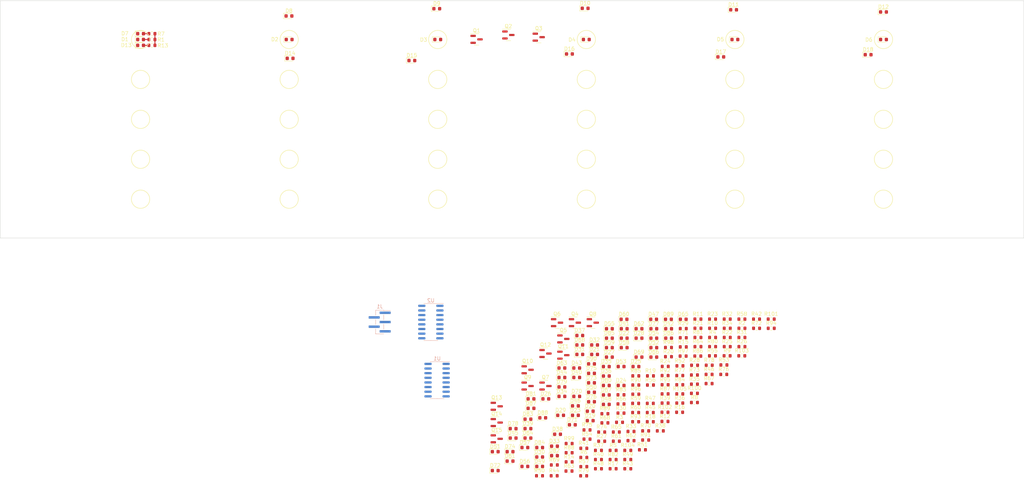
<source format=kicad_pcb>
(kicad_pcb (version 20211014) (generator pcbnew)
  (layers (0 "F.Cu" signal) (31 "B.Cu" signal) (34 "B.Paste" user) (35 "F.Paste" user) (36 "B.SilkS" user "B.Silkscreen") (37 "F.SilkS" user "F.Silkscreen") (38 "B.Mask" user) (39 "F.Mask" user) (44 "Edge.Cuts" user))
  (net 0 "")
  (net 1 "Net-(D1-Pad1)")
  (net 2 "Net-(D1-Pad2)")
  (net 3 "Net-(D2-Pad2)")
  (net 4 "Net-(D3-Pad2)")
  (net 5 "Net-(D4-Pad2)")
  (net 6 "Net-(D5-Pad2)")
  (net 7 "Net-(D6-Pad2)")
  (net 8 "Net-(D10-Pad1)")
  (net 9 "Net-(D7-Pad2)")
  (net 10 "Net-(D8-Pad2)")
  (net 11 "Net-(D9-Pad2)")
  (net 12 "Net-(D10-Pad2)")
  (net 13 "Net-(D11-Pad2)")
  (net 14 "Net-(D12-Pad2)")
  (net 15 "Net-(D13-Pad1)")
  (net 16 "Net-(D13-Pad2)")
  (net 17 "Net-(D14-Pad2)")
  (net 18 "Net-(D15-Pad2)")
  (net 19 "Net-(D16-Pad2)")
  (net 20 "Net-(D17-Pad2)")
  (net 21 "Net-(D18-Pad2)")
  (net 22 "Net-(D19-Pad1)")
  (net 23 "Net-(D19-Pad2)")
  (net 24 "Net-(D20-Pad2)")
  (net 25 "Net-(D21-Pad2)")
  (net 26 "Net-(D22-Pad2)")
  (net 27 "Net-(D23-Pad2)")
  (net 28 "Net-(D24-Pad2)")
  (net 29 "Net-(D25-Pad1)")
  (net 30 "Net-(D25-Pad2)")
  (net 31 "Net-(D26-Pad2)")
  (net 32 "Net-(D27-Pad2)")
  (net 33 "Net-(D28-Pad2)")
  (net 34 "Net-(D29-Pad2)")
  (net 35 "Net-(D30-Pad2)")
  (net 36 "Net-(D31-Pad1)")
  (net 37 "Net-(D31-Pad2)")
  (net 38 "Net-(D32-Pad2)")
  (net 39 "Net-(D33-Pad2)")
  (net 40 "Net-(D34-Pad2)")
  (net 41 "Net-(D35-Pad2)")
  (net 42 "Net-(D36-Pad2)")
  (net 43 "Net-(D37-Pad1)")
  (net 44 "Net-(D37-Pad2)")
  (net 45 "Net-(D38-Pad2)")
  (net 46 "Net-(D39-Pad2)")
  (net 47 "Net-(D40-Pad2)")
  (net 48 "Net-(D41-Pad2)")
  (net 49 "Net-(D42-Pad2)")
  (net 50 "Net-(D43-Pad1)")
  (net 51 "Net-(D43-Pad2)")
  (net 52 "Net-(D44-Pad2)")
  (net 53 "Net-(D45-Pad2)")
  (net 54 "Net-(D46-Pad2)")
  (net 55 "Net-(D47-Pad2)")
  (net 56 "Net-(D48-Pad2)")
  (net 57 "Net-(D49-Pad1)")
  (net 58 "Net-(D49-Pad2)")
  (net 59 "Net-(D50-Pad2)")
  (net 60 "Net-(D51-Pad2)")
  (net 61 "Net-(D52-Pad2)")
  (net 62 "Net-(D53-Pad2)")
  (net 63 "Net-(D54-Pad2)")
  (net 64 "Net-(D55-Pad1)")
  (net 65 "Net-(D55-Pad2)")
  (net 66 "Net-(D56-Pad2)")
  (net 67 "Net-(D57-Pad2)")
  (net 68 "Net-(D58-Pad2)")
  (net 69 "Net-(D59-Pad2)")
  (net 70 "Net-(D60-Pad2)")
  (net 71 "Net-(D61-Pad1)")
  (net 72 "Net-(D61-Pad2)")
  (net 73 "Net-(D62-Pad2)")
  (net 74 "Net-(D63-Pad2)")
  (net 75 "Net-(D64-Pad2)")
  (net 76 "Net-(D65-Pad2)")
  (net 77 "Net-(D66-Pad2)")
  (net 78 "Net-(D67-Pad1)")
  (net 79 "Net-(D67-Pad2)")
  (net 80 "Net-(D68-Pad2)")
  (net 81 "Net-(D69-Pad2)")
  (net 82 "Net-(D70-Pad2)")
  (net 83 "Net-(D71-Pad2)")
  (net 84 "Net-(D72-Pad2)")
  (net 85 "Net-(D73-Pad1)")
  (net 86 "Net-(D73-Pad2)")
  (net 87 "Net-(D74-Pad2)")
  (net 88 "Net-(D75-Pad2)")
  (net 89 "Net-(D76-Pad2)")
  (net 90 "Net-(D77-Pad2)")
  (net 91 "Net-(D78-Pad2)")
  (net 92 "Net-(D79-Pad1)")
  (net 93 "Net-(D79-Pad2)")
  (net 94 "Net-(D80-Pad2)")
  (net 95 "Net-(D81-Pad2)")
  (net 96 "Net-(D82-Pad2)")
  (net 97 "Net-(D83-Pad2)")
  (net 98 "Net-(D84-Pad2)")
  (net 99 "Net-(D85-Pad1)")
  (net 100 "Net-(D85-Pad2)")
  (net 101 "Net-(D86-Pad2)")
  (net 102 "Net-(D87-Pad2)")
  (net 103 "Net-(D88-Pad2)")
  (net 104 "Net-(D89-Pad2)")
  (net 105 "Net-(D90-Pad2)")
  (net 106 "SER")
  (net 107 "GND")
  (net 108 "RCLK")
  (net 109 "SRCLK")
  (net 110 "+5V")
  (net 111 "Net-(Q1-Pad1)")
  (net 112 "Net-(Q2-Pad1)")
  (net 113 "Net-(Q3-Pad1)")
  (net 114 "Net-(Q4-Pad1)")
  (net 115 "Net-(Q5-Pad1)")
  (net 116 "Net-(Q6-Pad1)")
  (net 117 "Net-(Q7-Pad1)")
  (net 118 "Net-(Q8-Pad1)")
  (net 119 "Net-(Q9-Pad1)")
  (net 120 "Net-(Q10-Pad1)")
  (net 121 "Net-(Q11-Pad1)")
  (net 122 "Net-(Q12-Pad1)")
  (net 123 "Net-(Q13-Pad1)")
  (net 124 "Net-(Q14-Pad1)")
  (net 125 "Net-(Q15-Pad1)")
  (net 126 "B1")
  (net 127 "R1")
  (net 128 "W1")
  (net 129 "B2")
  (net 130 "R2")
  (net 131 "W2")
  (net 132 "B3")
  (net 133 "R3")
  (net 134 "W3")
  (net 135 "B4")
  (net 136 "R4")
  (net 137 "W4")
  (net 138 "W5")
  (net 139 "B5")
  (net 140 "R5")
  (net 141 "Net-(U1-Pad9)")
  (footprint "Resistor_SMD:R_0603_1608Metric" (layer "F.Cu") (at 41.5 10.64)
    (fp_text reference "R1")
    (fp_text value "390")
  )
  (footprint "Resistor_SMD:R_0603_1608Metric" (layer "F.Cu") (at 155.62 121.27)
    (fp_text reference "R99")
    (fp_text value "150")
  )
  (footprint "Resistor_SMD:R_0603_1608Metric" (layer "F.Cu") (at 185.92 99.99)
    (fp_text reference "R52")
    (fp_text value "150")
  )
  (footprint "Resistor_SMD:R_0603_1608Metric" (layer "F.Cu") (at 163.64 128.16)
    (fp_text reference "R48")
    (fp_text value "390")
  )
  (footprint "LED_SMD:LED_0603_1608Metric" (layer "F.Cu") (at 119.4125 2.2)
    (fp_text reference "D9")
    (fp_text value "RED")
  )
  (footprint "Resistor_SMD:R_0603_1608Metric" (layer "F.Cu") (at 189.89 105.01)
    (fp_text reference "R35")
    (fp_text value "100")
  )
  (footprint "Package_TO_SOT_SMD:SOT-23" (layer "F.Cu") (at 149.15 105.52)
    (fp_text reference "Q7")
    (fp_text value "2N7002")
  )
  (footprint "Resistor_SMD:R_0603_1608Metric" (layer "F.Cu") (at 181.87 105.17)
    (fp_text reference "R95")
    (fp_text value "390")
  )
  (footprint "LED_SMD:LED_0603_1608Metric" (layer "F.Cu") (at 161.74 109.82)
    (fp_text reference "D76")
    (fp_text value "WHITE")
  )
  (footprint "LED_SMD:LED_0603_1608Metric" (layer "F.Cu") (at 165.79 105.37)
    (fp_text reference "D80")
    (fp_text value "BLUE")
  )
  (footprint "LED_SMD:LED_0603_1608Metric" (layer "F.Cu") (at 38.4 12.24)
    (fp_text reference "D13")
    (fp_text value "WHITE")
  )
  (footprint "Package_TO_SOT_SMD:SOT-23" (layer "F.Cu") (at 152.31 88.17)
    (fp_text reference "Q6")
    (fp_text value "2N7002")
  )
  (footprint "Package_TO_SOT_SMD:SOT-23" (layer "F.Cu") (at 144.26 105.52)
    (fp_text reference "Q9")
    (fp_text value "2N7002")
  )
  (footprint "LED_SMD:LED_0603_1608Metric" (layer "F.Cu") (at 161.74 99.46)
    (fp_text reference "D90")
    (fp_text value "RED")
  )
  (footprint "LED_SMD:LED_0603_1608Metric" (layer "F.Cu") (at 145.19 109.04)
    (fp_text reference "D81")
    (fp_text value "BLUE")
  )
  (footprint "Resistor_SMD:R_0603_1608Metric" (layer "F.Cu") (at 168.53 118.12)
    (fp_text reference "R65")
    (fp_text value "390")
  )
  (footprint "LED_SMD:LED_0603_1608Metric" (layer "F.Cu") (at 166.63 89.83)
    (fp_text reference "D55")
    (fp_text value "BLUE")
  )
  (footprint "Resistor_SMD:R_0603_1608Metric" (layer "F.Cu") (at 198.87 92.22)
    (fp_text reference "R22")
    (fp_text value "390")
  )
  (footprint "Resistor_SMD:R_0603_1608Metric" (layer "F.Cu") (at 190.85 94.73)
    (fp_text reference "R64")
    (fp_text value "390")
  )
  (footprint "Resistor_SMD:R_0603_1608Metric" (layer "F.Cu") (at 172.54 120.47)
    (fp_text reference "R62")
    (fp_text value "100")
  )
  (footprint "Resistor_SMD:R_0603_1608Metric" (layer "F.Cu") (at 155.58 128.8)
    (fp_text reference "R63")
    (fp_text value "100")
  )
  (footprint "LED_SMD:LED_0603_1608Metric" (layer "F.Cu") (at 182.83 92.42)
    (fp_text reference "D86")
    (fp_text value "RED")
  )
  (footprint "LED_SMD:LED_0603_1608Metric" (layer "F.Cu") (at 143.51 127.54)
    (fp_text reference "D56")
    (fp_text value "BLUE")
  )
  (footprint "Package_TO_SOT_SMD:SOT-23" (layer "F.Cu") (at 162.09 88.17)
    (fp_text reference "Q8")
    (fp_text value "2N7002")
  )
  (footprint "Resistor_SMD:R_0603_1608Metric" (layer "F.Cu") (at 206.88 87.2)
    (fp_text reference "R42")
    (fp_text value "100")
  )
  (footprint "Resistor_SMD:R_0603_1608Metric" (layer "F.Cu") (at 176.55 117.8)
    (fp_text reference "R70")
    (fp_text value "150")
  )
  (footprint "LED_SMD:LED_0603_1608Metric" (layer "F.Cu") (at 143.51 122.36)
    (fp_text reference "D57")
    (fp_text value "BLUE")
  )
  (footprint "Resistor_SMD:R_0603_1608Metric" (layer "F.Cu") (at 181.83 112.7)
    (fp_text reference "R102")
    (fp_text value "150")
  )
  (footprint "Resistor_SMD:R_0603_1608Metric" (layer "F.Cu") (at 198.87 89.71)
    (fp_text reference "R34")
    (fp_text value "100")
  )
  (footprint "Resistor_SMD:R_0603_1608Metric" (layer "F.Cu") (at 198.83 97.24)
    (fp_text reference "R9")
    (fp_text value "150")
  )
  (footprint "LED_SMD:LED_0603_1608Metric" (layer "F.Cu") (at 169.84 100.19)
    (fp_text reference "D53")
    (fp_text value "WHITE")
  )
  (footprint "Resistor_SMD:R_0603_1608Metric" (layer "F.Cu") (at 186.84 89.79)
    (fp_text reference "R29")
    (fp_text value "150")
  )
  (footprint "LED_SMD:LED_0603_1608Metric" (layer "F.Cu") (at 147.56 122.36)
    (fp_text reference "D84")
    (fp_text value "BLUE")
  )
  (footprint "Resistor_SMD:R_0603_1608Metric" (layer "F.Cu") (at 169.8 107.92)
    (fp_text reference "R83")
    (fp_text value "100")
  )
  (footprint "Resistor_SMD:R_0603_1608Metric" (layer "F.Cu") (at 194.86 94.73)
    (fp_text reference "R80")
    (fp_text value "100")
  )
  (footprint "Resistor_SMD:R_0603_1608Metric" (layer "F.Cu") (at 206.89 89.71)
    (fp_text reference "R72")
    (fp_text value "150")
  )
  (footprint "LED_SMD:LED_0603_1608Metric" (layer "F.Cu") (at 79.04 10.64)
    (fp_text reference "D2")
    (fp_text value "BLUE")
  )
  (footprint "Resistor_SMD:R_0603_1608Metric" (layer "F.Cu") (at 165.4 113.1)
    (fp_text reference "R89")
    (fp_text value "100")
  )
  (footprint "LED_SMD:LED_0603_1608Metric" (layer "F.Cu") (at 157.69 108.36)
    (fp_text reference "D70")
    (fp_text value "WHITE")
  )
  (footprint "LED_SMD:LED_0603_1608Metric" (layer "F.Cu") (at 145.19 111.63)
    (fp_text reference "D87")
    (fp_text value "RED")
  )
  (footprint "Resistor_SMD:R_0603_1608Metric" (layer "F.Cu") (at 182.79 94.97)
    (fp_text reference "R98")
    (fp_text value "150")
  )
  (footprint "Resistor_SMD:R_0603_1608Metric" (layer "F.Cu") (at 177.86 102.74)
    (fp_text reference "R19")
    (fp_text value "100")
  )
  (footprint "Resistor_SMD:R_0603_1608Metric" (layer "F.Cu") (at 147.52 130.09)
    (fp_text reference "R50")
    (fp_text value "150")
  )
  (footprint "Resistor_SMD:R_0603_1608Metric" (layer "F.Cu") (at 164.52 118.12)
    (fp_text reference "R74")
    (fp_text value "150")
  )
  (footprint "Resistor_SMD:R_0603_1608Metric" (layer "F.Cu") (at 202.84 97.24)
    (fp_text reference "R103")
    (fp_text value "150")
  )
  (footprint "LED_SMD:LED_0603_1608Metric" (layer "F.Cu") (at 178.78 92.42)
    (fp_text reference "D54")
    (fp_text value "WHITE")
  )
  (footprint "LED_SMD:LED_0603_1608Metric" (layer "F.Cu") (at 178.78 95.01)
    (fp_text reference "D52")
    (fp_text value "WHITE")
  )
  (footprint "Resistor_SMD:R_0603_1608Metric" (layer "F.Cu") (at 165.4 115.61)
    (fp_text reference "R68")
    (fp_text value "390")
  )
  (footprint "Resistor_SMD:R_0603_1608Metric" (layer "F.Cu") (at 181.87 110.19)
    (fp_text reference "R39")
    (fp_text value "100")
  )
  (footprint "Resistor_SMD:R_0603_1608Metric" (layer "F.Cu") (at 189.89 110.03)
    (fp_text reference "R8")
    (fp_text value "150")
  )
  (footprint "LED_SMD:LED_0603_1608Metric" (layer "F.Cu") (at 158.53 91.69)
    (fp_text reference "D37")
    (fp_text value "BLUE")
  )
  (footprint "Resistor_SMD:R_0603_1608Metric" (layer "F.Cu") (at 194.86 92.22)
    (fp_text reference "R4")
    (fp_text value "390")
  )
  (footprint "LED_SMD:LED_0603_1608Metric" (layer "F.Cu") (at 147.56 127.54)
    (fp_text reference "D49")
    (fp_text value "WHITE")
  )
  (footprint "LED_SMD:LED_0603_1608Metric" (layer "F.Cu") (at 151.61 121.99)
    (fp_text reference "D33")
    (fp_text value "WHITE")
  )
  (footprint "LED_SMD:LED_0603_1608Metric" (layer "F.Cu") (at 140.3 119.77)
    (fp_text reference "D45")
    (fp_text value "RED")
  )
  (footprint "LED_SMD:LED_0603_1608Metric" (layer "F.Cu") (at 153.64 105.77)
    (fp_text reference "D79")
    (fp_text value "BLUE")
  )
  (footprint "LED_SMD:LED_0603_1608Metric" (layer "F.Cu") (at 170.68 92.42)
    (fp_text reference "D22")
    (fp_text value "BLUE")
  )
  (footprint "Package_TO_SOT_SMD:SOT-23" (layer "F.Cu") (at 147.3 10)
    (fp_text reference "Q3")
    (fp_text value "2N7002")
  )
  (footprint "Resistor_SMD:R_0603_1608Metric" (layer "F.Cu") (at 160.51 117.55)
    (fp_text reference "R75")
    (fp_text value "150")
  )
  (footprint "Resistor_SMD:R_0603_1608Metric" (layer "F.Cu") (at 198.87 94.73)
    (fp_text reference "R25")
    (fp_text value "390")
  )
  (footprint "Resistor_SMD:R_0603_1608Metric" (layer "F.Cu") (at 169.41 115.45)
    (fp_text reference "R3")
    (fp_text value "390")
  )
  (footprint "Package_TO_SOT_SMD:SOT-23" (layer "F.Cu") (at 154.04 92.62)
    (fp_text reference "Q5")
    (fp_text value "2N7002")
  )
  (footprint "Resistor_SMD:R_0603_1608Metric" (layer "F.Cu") (at 181.83 115.21)
    (fp_text reference "R12")
    (fp_text value "150")
  )
  (footprint "LED_SMD:LED_0603_1608Metric" (layer "F.Cu") (at 200.96 10.64)
    (fp_text reference "D5")
    (fp_text value "BLUE")
  )
  (footprint "Package_TO_SOT_SMD:SOT-23" (layer "F.Cu") (at 135.81 115.52)
    (fp_text reference "Q14")
    (fp_text value "2N7002")
  )
  (footprint "LED_SMD:LED_0603_1608Metric" (layer "F.Cu") (at 160.32 10.64)
    (fp_text reference "D4")
    (fp_text value "BLUE")
  )
  (footprint "Resistor_SMD:R_0603_1608Metric" (layer "F.Cu") (at 189.89 102.5)
    (fp_text reference "R73")
    (fp_text value "150")
  )
  (footprint "Resistor_SMD:R_0603_1608Metric" (layer "F.Cu") (at 163.64 125.65)
    (fp_text reference "R40")
    (fp_text value "100")
  )
  (footprint "Resistor_SMD:R_0603_1608Metric" (layer "F.Cu") (at 190.84 87.2)
    (fp_text reference "R11")
    (fp_text value "150")
  )
  (footprint "LED_SMD:LED_0603_1608Metric" (layer "F.Cu") (at 174.73 97.6)
    (fp_text reference "D69")
    (fp_text value "WHITE")
  )
  (footprint "LED_SMD:LED_0603_1608Metric" (layer "F.Cu") (at 148.4 114.22)
    (fp_text reference "D88")
    (fp_text value "RED")
  )
  (footprint "LED_SMD:LED_0603_1608Metric" (layer "F.Cu") (at 151.61 124.58)
    (fp_text reference "D82")
    (fp_text value "BLUE")
  )
  (footprint "LED_SMD:LED_0603_1608Metric" (layer "F.Cu") (at 162.58 96.87)
    (fp_text reference "D21")
    (fp_text value "BLUE")
  )
  (footprint "Resistor_SMD:R_0603_1608Metric" (layer "F.Cu") (at 155.62 126.29)
    (fp_text reference "R14")
    (fp_text value "100")
  )
  (footprint "Resistor_SMD:R_0603_1608Metric" (layer "F.Cu") (at 180.56 117.8)
    (fp_text reference "R38")
    (fp_text value "100")
  )
  (footprint "LED_SMD:LED_0603_1608Metric" (layer "F.Cu") (at 119.68 10.64)
    (fp_text reference "D3")
    (fp_text value "BLUE")
  )
  (footprint "Resistor_SMD:R_0603_1608Metric" (layer "F.Cu") (at 193.94 99.83)
    (fp_text reference "R78")
    (fp_text value "100")
  )
  (footprint "LED_SMD:LED_0603_1608Metric" (layer "F.Cu") (at 178.78 89.83)
    (fp_text reference "D77")
    (fp_text value "WHITE")
  )
  (footprint "LED_SMD:LED_0603_1608Metric" (layer "F.Cu") (at 160 2.1)
    (fp_text reference "D10")
    (fp_text value "RED")
  )
  (footprint "LED_SMD:LED_0603_1608Metric" (layer "F.Cu") (at 38.4 10.64)
    (fp_text reference "D1")
    (fp_text value "BLUE")
  )
  (footprint "Resistor_SMD:R_0603_1608Metric" (layer "F.Cu") (at 197.95 99.75)
    (fp_text reference "R53")
    (fp_text value "150")
  )
  (footprint "Package_TO_SOT_SMD:SOT-23" (layer "F.Cu") (at 130.3 10.6)
    (fp_text reference "Q1")
    (fp_text value "2N7002")
  )
  (footprint "LED_SMD:LED_0603_1608Metric" (layer "F.Cu") (at 158.53 96.87)
    (fp_text reference "D31")
    (fp_text value "WHITE")
  )
  (footprint "LED_SMD:LED_0603_1608Metric" (layer "F.Cu") (at 162.58 94.28)
    (fp_text reference "D32")
    (fp_text value "WHITE")
  )
  (footprint "Resistor_SMD:R_0603_1608Metric" (layer "F.Cu") (at 185.88 107.68)
    (fp_text reference "R105")
    (fp_text value "100")
  )
  (footprint "LED_SMD:LED_0603_1608Metric" (layer "F.Cu") (at 153.64 100.59)
    (fp_text reference "D63")
    (fp_text value "RED")
  )
  (footprint "LED_SMD:LED_0603_1608Metric" (layer "F.Cu") (at 157.69 100.59)
    (fp_text reference "D43")
    (fp_text value "RED")
  )
  (footprint "LED_SMD:LED_0603_1608Metric" (layer "F.Cu") (at 112.6 16.4)
    (fp_text reference "D15")
    (fp_text value "WHITE")
  )
  (footprint "Resistor_SMD:R_0603_1608Metric" (layer "F.Cu") (at 181.91 100.15)
    (fp_text reference "R24")
    (fp_text value "390")
  )
  (footprint "Resistor_SMD:R_0603_1608Metric" (layer "F.Cu") (at 173.85 107.76)
    (fp_text reference "R96")
    (fp_text value "390")
  )
  (footprint "LED_SMD:LED_0603_1608Metric" (layer "F.Cu") (at 165.79 110.55)
    (fp_text reference "D48")
    (fp_text value "RED")
  )
  (footprint "LED_SMD:LED_0603_1608Metric" (layer "F.Cu") (at 158.53 94.28)
    (fp_text reference "D68")
    (fp_text value "WHITE")
  )
  (footprint "Resistor_SMD:R_0603_1608Metric" (layer "F.Cu") (at 190.81 97.32)
    (fp_text reference "R86")
    (fp_text value "100")
  )
  (footprint "LED_SMD:LED_0603_1608Metric" (layer "F.Cu") (at 153.64 108.36)
    (fp_text reference "D34")
    (fp_text value "WHITE")
  )
  (footprint "LED_SMD:LED_0603_1608Metric" (layer "F.Cu") (at 186.83 87.24)
    (fp_text reference "D65")
    (fp_text value "RED")
  )
  (footprint "LED_SMD:LED_0603_1608Metric" (layer "F.Cu") (at 140.3 117.18)
    (fp_text reference "D78")
    (fp_text value "WHITE")
  )
  (footprint "Resistor_SMD:R_0603_1608Metric" (layer "F.Cu") (at 193.9 102.34)
    (fp_text reference "R46")
    (fp_text value "390")
  )
  (footprint "Resistor_SMD:R_0603_1608Metric" (layer "F.Cu") (at 185.88 105.17)
    (fp_text reference "R84")
    (fp_text value "100")
  )
  (footprint "Resistor_SMD:R_0603_1608Metric" (layer "F.Cu") (at 202.88 94.73)
    (fp_text reference "R26")
    (fp_text value "390")
  )
  (footprint "Resistor_SMD:R_0603_1608Metric" (layer "F.Cu") (at 210.9 89.71)
    (fp_text reference "R94")
    (fp_text value "390")
  )
  (footprint "Resistor_SMD:R_0603_1608Metric" (layer "F.Cu") (at 169.8 110.43)
    (fp_text reference "R66")
    (fp_text value "390")
  )
  (footprint "Resistor_SMD:R_0603_1608Metric" (layer "F.Cu") (at 202.88 89.71)
    (fp_text reference "R2")
    (fp_text value "390")
  )
  (footprint "LED_SMD:LED_0603_1608Metric" (layer "F.Cu") (at 241.6 10.64)
    (fp_text reference "D6")
    (fp_text value "BLUE")
  )
  (footprint "LED_SMD:LED_0603_1608Metric" (layer "F.Cu") (at 165.79 102.78)
    (fp_text reference "D36")
    (fp_text value "WHITE")
  )
  (footprint "LED_SMD:LED_0603_1608Metric" (layer "F.Cu") (at 144.35 119.77)
    (fp_text reference "D64")
    (fp_text value "RED")
  )
  (footprint "LED_SMD:LED_0603_1608Metric" (layer "F.Cu") (at 152.45 118.72)
    (fp_text reference "D38")
    (fp_text value "BLUE")
  )
  (footprint "LED_SMD:LED_0603_1608Metric" (layer "F.Cu") (at 147.56 124.95)
    (fp_text reference "D30")
    (fp_text value "RED")
  )
  (footprint "Resistor_SMD:R_0603_1608Metric" (layer "F.Cu") (at 168.53 120.63)
    (fp_text reference "R61")
    (fp_text value "100")
  )
  (footprint "Resistor_SMD:R_0603_1608Metric" (layer "F.Cu") (at 186.84 94.81)
    (fp_text reference "R15")
    (fp_text value "100")
  )
  (footprint "Resistor_SMD:R_0603_1608Metric" (layer "F.Cu") (at 163.64 123.14)
    (fp_text reference "R37")
    (fp_text value "100")
  )
  (footprint "LED_SMD:LED_0603_1608Metric" (layer "F.Cu") (at 38.4 9.04)
    (fp_text reference "D7")
    (fp_text value "RED")
  )
  (footprint "Package_TO_SOT_SMD:SOT-23" (layer "F.Cu") (at 157.2 88.17)
    (fp_text reference "Q4")
    (fp_text value "2N7002")
  )
  (footprint "Resistor_SMD:R_0603_1608Metric" (layer "F.Cu") (at 210.89 87.2)
    (fp_text reference "R101")
    (fp_text value "150")
  )
  (footprint "Resistor_SMD:R_0603_1608Metric" (layer "F.Cu") (at 181.87 107.68)
    (fp_text reference "R87")
    (fp_text value "100")
  )
  (footprint "LED_SMD:LED_0603_1608Metric" (layer "F.Cu") (at 139.46 123.49)
    (fp_text reference "D74")
    (fp_text value "WHITE")
  )
  (footprint "LED_SMD:LED_0603_1608Metric" (layer "F.Cu") (at 170.68 95.01)
    (fp_text reference "D58")
    (fp_text value "BLUE")
  )
  (footprint "LED_SMD:LED_0603_1608Metric" (layer "F.Cu") (at 197.1 15.4)
    (fp_text reference "D17")
    (fp_text value "WHITE")
  )
  (footprint "Resistor_SMD:R_0603_1608Metric" (layer "F.Cu") (at 167.65 123.14)
    (fp_text reference "R5")
    (fp_text value "390")
  )
  (footprint "Resistor_SMD:R_0603_1608Metric" (layer "F.Cu") (at 176.55 120.31)
    (fp_text reference "R91")
    (fp_text value "100")
  )
  (footprint "Resistor_SMD:R_0603_1608Metric" (layer "F.Cu") (at 169.8 112.94)
    (fp_text reference "R30")
    (fp_text value "150")
  )
  (footprint "Resistor_SMD:R_0603_1608Metric" (layer "F.Cu") (at 186.84 92.3)
    (fp_text reference "R71")
    (fp_text value "150")
  )
  (footprint "LED_SMD:LED_0603_1608Metric" (layer "F.Cu") (at 237.4 14.8)
    (fp_text reference "D18")
    (fp_text value "WHITE")
  )
  (footprint "Resistor_SMD:R_0603_1608Metric" (layer "F.Cu") (at 189.93 99.83)
    (fp_text reference "R28")
    (fp_text value "150")
  )
  (footprint "LED_SMD:LED_0603_1608Metric" (layer "F.Cu") (at 169.84 105.37)
    (fp_text reference "D24")
    (fp_text value "BLUE")
  )
  (footprint "LED_SMD:LED_0603_1608Metric" (layer "F.Cu") (at 153.64 103.18)
    (fp_text reference "D44")
    (fp_text value "RED")
  )
  (footprint "Resistor_SMD:R_0603_1608Metric" (layer "F.Cu") (at 202.87 87.2)
    (fp_text reference "R58")
    (fp_text value "100")
  )
  (footprint "LED_SMD:LED_0603_1608Metric" (layer "F.Cu") (at 161.39 115)
    (fp_text reference "D19")
    (fp_text value "BLUE")
  )
  (footprint "Package_TO_SOT_SMD:SOT-23" (layer "F.Cu") (at 149.15 96.62)
    (fp_text reference "Q12")
    (fp_text value "2N7002")
  )
  (footprint "Resistor_SMD:R_0603_1608Metric" (layer "F.Cu") (at 197.91 102.34)
    (fp_text reference "R76")
    (fp_text value "100")
  )
  (footprint "Resistor_SMD:R_0603_1608Metric" (layer "F.Cu") (at 155.62 123.78)
    (fp_text reference "R88")
    (fp_text value "100")
  )
  (footprint "LED_SMD:LED_0603_1608Metric" (layer "F.Cu") (at 135.41 123.49)
    (fp_text reference "D51")
    (fp_text value "WHITE")
  )
  (footprint "Resistor_SMD:R_0603_1608Metric" (layer "F.Cu") (at 177.82 112.78)
    (fp_text reference "R45")
    (fp_text value "390")
  )
  (footprint "Resistor_SMD:R_0603_1608Metric" (layer "F.Cu") (at 159.63 127.59)
    (fp_text reference "R57")
    (fp_text value "100")
  )
  (footprint "Resistor_SMD:R_0603_1608Metric" (layer "F.Cu") (at 171.66 123.14)
    (fp_text reference "R104")
    (fp_text value "100")
  )
  (footprint "Resistor_SMD:R_0603_1608Metric" (layer "F.Cu") (at 175.67 122.98)
    (fp_text reference "R51")
    (fp_text value "150")
  )
  (footprint "LED_SMD:LED_0603_1608Metric" (layer "F.Cu") (at 165.79 107.96)
    (fp_text reference "D67")
    (fp_text value "WHITE")
  )
  (footprint "LED_SMD:LED_0603_1608Metric" (layer "F.Cu") (at 149.24 109.04)
    (fp_text reference "D26")
    (fp_text value "RED")
  )
  (footprint "LED_SMD:LED_0603_1608Metric" (layer "F.Cu") (at 170.63 87.24)
    (fp_text reference "D60")
    (fp_text value "BLUE")
  )
  (footprint "LED_SMD:LED_0603_1608Metric" (layer "F.Cu") (at 170.68 89.83)
    (fp_text reference "D41")
    (fp_text value "BLUE")
  )
  (footprint "Resistor_SMD:R_0603_1608Metric" (layer "F.Cu") (at 167.65 125.65)
    (fp_text reference "R82")
    (fp_text value "100")
  )
  (footprint "Resistor_SMD:R_0603_1608Metric" (layer "F.Cu") (at 177.82 115.29)
    (fp_text reference "R18")
    (fp_text value "100")
  )
  (footprint "LED_SMD:LED_0603_1608Metric" (layer "F.Cu") (at 178.73 87.24)
    (fp_text reference "D47")
    (fp_text value "RED")
  )
  (footprint "Resistor_SMD:R_0603_1608Metric" (layer "F.Cu") (at 185.88 102.66)
    (fp_text reference "R77")
    (fp_text value "100")
  )
  (footprint "Resistor_SMD:R_0603_1608Metric" (layer "F.Cu") (at 177.82 110.27)
    (fp_text reference "R47")
    (fp_text value "390")
  )
  (footprint "Resistor_SMD:R_0603_1608Metric" (layer "F.Cu") (at 171.66 128.16)
    (fp_text reference "R43")
    (fp_text value "390")
  )
  (footprint "LED_SMD:LED_0603_1608Metric" (layer "F.Cu") (at 200.6 2.5)
    (fp_text reference "D11")
    (fp_text value "RED")
  )
  (footprint "LED_SMD:LED_0603_1608Metric" (layer "F.Cu") (at 139.46 126.08)
    (fp_text reference "D61")
    (fp_text value "RED")
  )
  (footprint "LED_SMD:LED_0603_1608Metric" (layer "F.Cu") (at 157.34 113.54)
    (fp_text reference "D23")
    (fp_text value "BLUE")
  )
  (footprint "LED_SMD:LED_0603_1608Metric" (layer "F.Cu") (at 155.7 14.6)
    (fp_text reference "D16")
    (fp_text value "WHITE")
  )
  (footprint "Resistor_SMD:R_0603_1608Metric" (layer "F.Cu") (at 189.89 107.52)
    (fp_text reference "R100")
    (fp_text value "150")
  )
  (footprint "Resistor_SMD:R_0603_1608Metric" (layer "F.Cu") (at 159.63 122.57)
    (fp_text reference "R41")
    (fp_text value "100")
  )
  (footprint "LED_SMD:LED_0603_1608Metric" (layer "F.Cu") (at 161.74 104.64)
    (fp_text reference "D73")
    (fp_text value "WHITE")
  )
  (footprint "LED_SMD:LED_0603_1608Metric" (layer "F.Cu") (at 156.5 116.13)
    (fp_text reference "D71")
    (fp_text value "WHITE")
  )
  (footprint "LED_SMD:LED_0603_1608Metric" (layer "F.Cu") (at 166.63 97.6)
    (fp_text reference "D27")
    (fp_text value "RED")
  )
  (footprint "LED_SMD:LED_0603_1608Metric" (layer "F.Cu") (at 161.39 112.41)
    (fp_text reference "D20")
    (fp_text value "BLUE")
  )
  (footprint "LED_SMD:LED_0603_1608Metric" (layer "F.Cu") (at 153.29 113.54)
    (fp_text reference "D29")
    (fp_text value "RED")
  )
  (footprint "Resistor_SMD:R_0603_1608Metric" (layer "F.Cu") (at 198.86 87.2)
    (fp_text reference "R32")
    (fp_text value "150")
  )
  (footprint "Resistor_SMD:R_0603_1608Metric" (layer "F.Cu") (at 159.63 125.08)
    (fp_text reference "R6")
    (fp_text value "390")
  )
  (footprint "LED_SMD:LED_0603_1608Metric" (layer "F.Cu") (at 144.35 114.59)
    (fp_text reference "D83")
    (fp_text value "BLUE")
  )
  (footprint "Package_TO_SOT_SMD:SOT-23" (layer "F.Cu") (at 154.04 97.07)
    (fp_text reference "Q11")
    (fp_text value "2N7002")
  )
  (footprint "Resistor_SMD:R_0603_1608Metric" (layer "F.Cu") (at 185.84 112.7)
    (fp_text reference "R16")
    (fp_text value "100")
  )
  (footprint "Resistor_SMD:R_0603_1608Metric" (layer "F.Cu") (at 173.81 112.78)
    (fp_text reference "R60")
    (fp_text value "100")
  )
  (footprint "LED_SMD:LED_0603_1608Metric" (layer "F.Cu") (at 241.6 3.1)
    (fp_text reference "D12")
    (fp_text value "RED")
  )
  (footprint "Resistor_SMD:R_0603_1608Metric" (layer "F.Cu") (at 194.85 87.2)
    (fp_text reference "R23")
    (fp_text value "390")
  )
  (footprint "Resistor_SMD:R_0603_1608Metric" (layer "F.Cu") (at 182.79 97.48)
    (fp_text reference "R20")
    (fp_text value "100")
  )
  (footprint "LED_SMD:LED_0603_1608Metric" (layer "F.Cu") (at 161.74 107.23)
    (fp_text reference "D50")
    (fp_text value "WHITE")
  )
  (footprint "LED_SMD:LED_0603_1608Metric" (layer "F.Cu") (at 161.74 102.05)
    (fp_text reference "D75")
    (fp_text value "WHITE")
  )
  (footprint "Package_TO_SOT_SMD:SOT-23" (layer "F.Cu") (at 135.81 119.97)
    (fp_text reference "Q15")
    (fp_text value "2N7002")
  )
  (footprint "Resistor_SMD:R_0603_1608Metric" (layer "F.Cu") (at 167.65 128.16)
    (fp_text reference "R17")
    (fp_text value "100")
  )
  (footprint "Resistor_SMD:R_0603_1608Metric" (layer "F.Cu") (at 171.66 125.65)
    (fp_text reference "R49")
    (fp_text value "150")
  )
  (footprint "LED_SMD:LED_0603_1608Metric" (layer "F.Cu") (at 135.41 128.67)
    (fp_text reference "D72")
    (fp_text value "WHITE")
  )
  (footprint "Package_TO_SOT_SMD:SOT-23" (layer "F.Cu") (at 144.26 101.07)
    (fp_text reference "Q10")
    (fp_text value "2N7002")
  )
  (footprint "Resistor_SMD:R_0603_1608Metric" (layer "F.Cu") (at 194.82 97.24)
    (fp_text reference "R55")
    (fp_text value "100")
  )
  (footprint "Resistor_SMD:R_0603_1608Metric" (layer "F.Cu") (at 159.59 130.1)
    (fp_text reference "R79")
    (fp_text value "100")
  )
  (footprint "LED_SMD:LED_0603_1608Metric" (layer "F.Cu") (at 157.69 103.18)
    (fp_text reference "D40")
    (fp_text value "BLUE")
  )
  (footprint "Resistor_SMD:R_0603_1608Metric" (layer "F.Cu") (at 173.85 102.74)
    (fp_text reference "R85")
    (fp_text value "100")
  )
  (footprint "Resistor_SMD:R_0603_1608Metric" (layer "F.Cu") (at 160.51 120.06)
    (fp_text reference "R54")
    (fp_text value "150")
  )
  (footprint "LED_SMD:LED_0603_1608Metric" (layer "F.Cu") (at 157.34 110.95)
    (fp_text reference "D46")
    (fp_text value "RED")
  )
  (footprint "Resistor_SMD:R_0603_1608Metric" (layer "F.Cu") (at 172.54 117.96)
    (fp_text reference "R33")
    (fp_text value "150")
  )
  (footprint "Resistor_SMD:R_0603_1608Metric" (layer "F.Cu") (at 173.81 115.29)
    (fp_text reference "R93")
    (fp_text value "390")
  )
  (footprint "Resistor_SMD:R_0603_1608Metric" (layer "F.Cu") (at 181.87 102.66)
    (fp_text reference "R92")
    (fp_text value "390")
  )
  (footprint "LED_SMD:LED_0603_1608Metric" (layer "F.Cu") (at 79.3 15.8)
    (fp_text reference "D14")
    (fp_text value "WHITE")
  )
  (footprint "Resistor_SMD:R_0603_1608Metric" (layer "F.Cu") (at 41.5 12.24)
    (fp_text reference "R13")
    (fp_text value "100")
  )
  (footprint "LED_SMD:LED_0603_1608Metric" (layer "F.Cu") (at 173.89 100.19)
    (fp_text reference "D25")
    (fp_text value "RED")
  )
  (footprint "Resistor_SMD:R_0603_1608Metric" (layer "F.Cu") (at 185.88 110.19)
    (fp_text reference "R36")
    (fp_text value "100")
  )
  (footprint "Resistor_SMD:R_0603_1608Metric" (layer "F.Cu") (at 193.9 104.85)
    (fp_text reference "R67")
    (fp_text value "390")
  )
  (footprint "LED_SMD:LED_0603_1608Metric" (layer "F.Cu") (at 166.63 95.01)
    (fp_text reference "D59")
    (fp_text value "BLUE")
  )
  (footprint "LED_SMD:LED_0603_1608Metric" (layer "F.Cu") (at 174.73 89.83)
    (fp_text reference "D62")
    (fp_text value "RED")
  )
  (footprint "Resistor_SMD:R_0603_1608Metric" (layer "F.Cu") (at 202.88 92.22)
    (fp_text reference "R31")
    (fp_text value "150")
  )
  (footprint "LED_SMD:LED_0603_1608Metric" (layer "F.Cu") (at 182.83 89.83)
    (fp_text reference "D42")
    (fp_text value "BLUE")
  )
  (footprint "LED_SMD:LED_0603_1608Metric" (layer "F.Cu") (at 174.73 92.42)
    (fp_text reference "D28")
    (fp_text value "RED")
  )
  (footprint "Resistor_SMD:R_0603_1608Metric" (layer "F.Cu") (at 177.86 105.25)
    (fp_text reference "R56")
    (fp_text value "100")
  )
  (footprint "LED_SMD:LED_0603_1608Metric" (layer "F.Cu") (at 165.79 100.19)
    (fp_text reference "D35")
    (fp_text value "WHITE")
  )
  (footprint "LED_SMD:LED_0603_1608Metric" (layer "F.Cu") (at 144.35 117.18)
    (fp_text reference "D39")
    (fp_text value "BLUE")
  )
  (footprint "LED_SMD:LED_0603_1608Metric" (layer "F.Cu") (at 182.78 87.24)
    (fp_text reference "D89")
    (fp_text value "RED")
  )
  (footprint "Resistor_SMD:R_0603_1608Metric" (layer "F.Cu") (at 151.57 127.13)
    (fp_text reference "R69")
    (fp_text value "390")
  )
  (footprint "Resistor_SMD:R_0603_1608Metric" (layer "F.Cu") (at 186.8 97.32)
    (fp_text reference "R97")
    (fp_text value "390")
  )
  (footprint "Resistor_SMD:R_0603_1608Metric" (layer "F.Cu") (at 194.86 89.71)
    (fp_text reference "R10")
    (fp_text value "150")
  )
  (footprint "Package_TO_SOT_SMD:SOT-23" (layer "F.Cu") (at 135.81 111.07)
    (fp_text reference "Q13")
    (fp_text value "2N7002")
  )
  (footprint "Resistor_SMD:R_0603_1608Metric" (layer "F.Cu") (at 190.85 89.71)
    (fp_text reference "R21")
    (fp_text value "100")
  )
  (footprint "Resistor_SMD:R_0603_1608Metric" (layer "F.Cu") (at 173.85 105.25)
    (fp_text reference "R90")
    (fp_text value "100")
  )
  (footprint "Package_TO_SOT_SMD:SOT-23" (layer "F.Cu") (at 139 9.4)
    (fp_text reference "Q2")
    (fp_text value "2N7002")
  )
  (footprint "Resistor_SMD:R_0603_1608Metric" (layer "F.Cu") (at 164.52 120.63)
    (fp_text reference "R27")
    (fp_text value "390")
  )
  (footprint "Resistor_SMD:R_0603_1608Metric" (layer "F.Cu") (at 173.81 110.27)
    (fp_text reference "R59")
    (fp_text value "100")
  )
  (footprint "LED_SMD:LED_0603_1608Metric" (layer "F.Cu") (at 166.63 92.42)
    (fp_text reference "D85")
    (fp_text value "RED")
  )
  (footprint "Resistor_SMD:R_0603_1608Metric" (layer "F.Cu") (at 41.5 9.04)
    (fp_text reference "R7")
    (fp_text value "150")
  )
  (footprint "Resistor_SMD:R_0603_1608Metric" (layer "F.Cu") (at 151.53 130.09)
    (fp_text reference "R44")
    (fp_text value "390")
  )
  (footprint "LED_SMD:LED_0603_1608Metric" (layer "F.Cu") (at 178.78 97.6)
    (fp_text reference "D66")
    (fp_text value "RED")
  )
  (footprint "LED_SMD:LED_0603_1608Metric" (layer "F.Cu") (at 78.9875 4.2)
    (fp_text reference "D8")
    (fp_text value "RED")
  )
  (footprint "Resistor_SMD:R_0603_1608Metric" (layer "F.Cu") (at 190.85 92.22)
    (fp_text reference "R81")
    (fp_text value "100")
  )
  (footprint "Package_SO:SOIC-16_3.9x9.9mm_P1.27mm" (layer "B.Cu") (at 119.5 103.9 180)
    (fp_text reference "U1")
    (fp_text value "74HC595")
  )
  (footprint "Package_SO:SOIC-16_3.9x9.9mm_P1.27mm" (layer "B.Cu") (at 117.8 88 180)
    (fp_text reference "U2")
    (fp_text value "74HC595")
  )
  (footprint "Connector_PinHeader_1.27mm:PinHeader_1x05_P1.27mm_Vertical_SMD_Pin1Left" (layer "B.Cu") (at 103.8 88 180)
    (fp_text reference "J1")
    (fp_text value "Conn_01x05")
  )
  (gr_circle (center 160.32 21.57) (end 162.82 21.57) (layer "F.SilkS") (width 0.15) (fill none))
  (gr_circle (center 119.68 54.36) (end 122.18 54.36) (layer "F.SilkS") (width 0.15) (fill none))
  (gr_circle (center 38.4 54.36) (end 40.9 54.36) (layer "F.SilkS") (width 0.15) (fill none))
  (gr_circle (center 38.4 21.57) (end 40.9 21.57) (layer "F.SilkS") (width 0.15) (fill none))
  (gr_circle (center 79.04 54.36) (end 81.54 54.36) (layer "F.SilkS") (width 0.15) (fill none))
  (gr_circle (center 119.68 10.64) (end 122.18 10.64) (layer "F.SilkS") (width 0.15) (fill none))
  (gr_circle (center 200.96 32.5) (end 203.46 32.5) (layer "F.SilkS") (width 0.15) (fill none))
  (gr_circle (center 200.96 21.57) (end 203.46 21.57) (layer "F.SilkS") (width 0.15) (fill none))
  (gr_circle (center 119.68 21.57) (end 122.18 21.57) (layer "F.SilkS") (width 0.15) (fill none))
  (gr_circle (center 160.32 43.43) (end 162.82 43.43) (layer "F.SilkS") (width 0.15) (fill none))
  (gr_circle (center 119.68 32.5) (end 122.18 32.5) (layer "F.SilkS") (width 0.15) (fill none))
  (gr_circle (center 241.6 43.43) (end 244.1 43.43) (layer "F.SilkS") (width 0.15) (fill none))
  (gr_circle (center 200.96 10.64) (end 203.46 10.64) (layer "F.SilkS") (width 0.15) (fill none))
  (gr_circle (center 241.6 21.57) (end 244.1 21.57) (layer "F.SilkS") (width 0.15) (fill none))
  (gr_circle (center 241.6 32.5) (end 244.1 32.5) (layer "F.SilkS") (width 0.15) (fill none))
  (gr_circle (center 160.32 54.36) (end 162.82 54.36) (layer "F.SilkS") (width 0.15) (fill none))
  (gr_circle (center 79.04 10.64) (end 81.54 10.64) (layer "F.SilkS") (width 0.15) (fill none))
  (gr_circle (center 38.4 43.43) (end 40.9 43.43) (layer "F.SilkS") (width 0.15) (fill none))
  (gr_circle (center 241.6 54.36) (end 244.1 54.36) (layer "F.SilkS") (width 0.15) (fill none))
  (gr_circle (center 200.96 43.43) (end 203.46 43.43) (layer "F.SilkS") (width 0.15) (fill none))
  (gr_circle (center 200.96 54.36) (end 203.46 54.36) (layer "F.SilkS") (width 0.15) (fill none))
  (gr_circle (center 119.68 43.43) (end 122.18 43.43) (layer "F.SilkS") (width 0.15) (fill none))
  (gr_circle (center 38.4 10.64) (end 40.9 10.64) (layer "F.SilkS") (width 0.15) (fill none))
  (gr_circle (center 38.4 32.5) (end 40.9 32.5) (layer "F.SilkS") (width 0.15) (fill none))
  (gr_circle (center 160.32 10.64) (end 162.82 10.64) (layer "F.SilkS") (width 0.15) (fill none))
  (gr_circle (center 79.04 21.57) (end 81.54 21.57) (layer "F.SilkS") (width 0.15) (fill none))
  (gr_circle (center 160.32 32.5) (end 162.82 32.5) (layer "F.SilkS") (width 0.15) (fill none))
  (gr_circle (center 241.6 10.64) (end 244.1 10.64) (layer "F.SilkS") (width 0.15) (fill none))
  (gr_circle (center 79.04 43.43) (end 81.54 43.43) (layer "F.SilkS") (width 0.15) (fill none))
  (gr_circle (center 79.04 32.5) (end 81.54 32.5) (layer "F.SilkS") (width 0.15) (fill none))
  (gr_rect (start 0 0) (end 280 65) (layer "Edge.Cuts") (width 0.1) (fill none))
  (segment (start 39.1875 10.64) (end 40.675 10.64) (width 0.25) (layer "F.Cu") (net 2))
  (segment (start 39.1875 9.04) (end 40.675 9.04) (width 0.25) (layer "F.Cu") (net 9))
  (segment (start 39.1875 12.24) (end 40.675 12.24) (width 0.25) (layer "F.Cu") (net 16))
  (segment (start 42.325 9.04) (end 42.325 10.64) (width 0.25) (layer "F.Cu") (net 110))
  (segment (start 42.325 10.64) (end 42.325 12.24) (width 0.25) (layer "F.Cu") (net 110))
)
</source>
